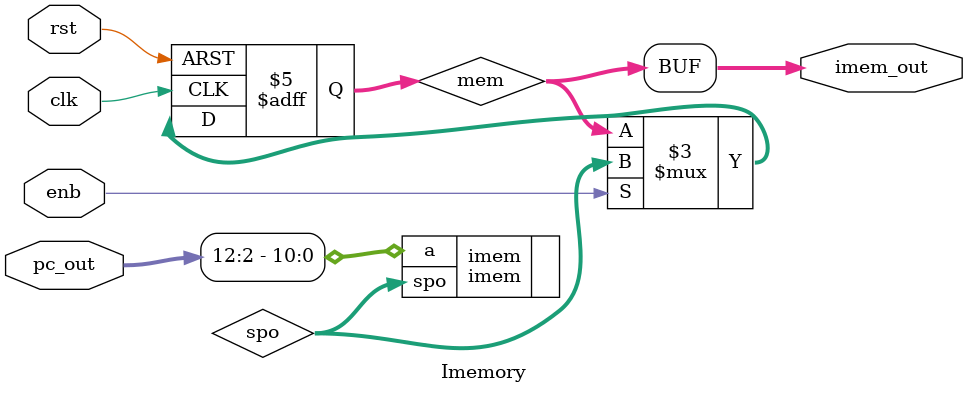
<source format=v>
`timescale 1ns / 1ps


module Imemory(
input clk,
input rst,
input enb,
input [31:0]pc_out,
output [31:0]imem_out
);
reg [31:0]mem;
wire [31:0]spo;
assign imem_out=mem;
imem imem(
.a(pc_out[12:2]),
.spo(spo)
);
always @(posedge clk,posedge rst) 
begin
    if(rst)
    begin
        mem=0;
    end
    else
    begin
        if(enb)
        begin
            mem=spo;
        end
    end    
end
endmodule

</source>
